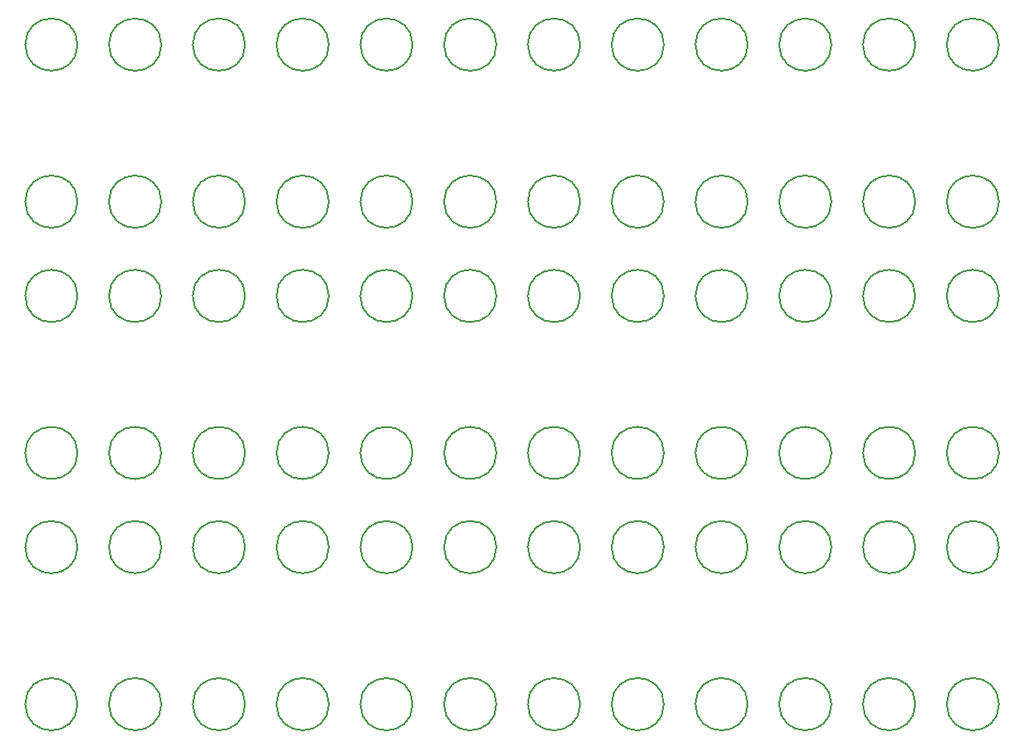
<source format=gbr>
%TF.GenerationSoftware,KiCad,Pcbnew,8.0.2*%
%TF.CreationDate,2024-06-26T22:47:50+07:00*%
%TF.ProjectId,resistor_pitch_15mm_Panel,72657369-7374-46f7-925f-70697463685f,rev?*%
%TF.SameCoordinates,Original*%
%TF.FileFunction,Other,Comment*%
%FSLAX46Y46*%
G04 Gerber Fmt 4.6, Leading zero omitted, Abs format (unit mm)*
G04 Created by KiCad (PCBNEW 8.0.2) date 2024-06-26 22:47:50*
%MOMM*%
%LPD*%
G01*
G04 APERTURE LIST*
%ADD10C,0.150000*%
G04 APERTURE END LIST*
D10*
%TO.C,J2*%
X5500000Y-50500500D02*
G75*
G02*
X500000Y-50500500I-2500000J0D01*
G01*
X500000Y-50500500D02*
G75*
G02*
X5500000Y-50500500I2500000J0D01*
G01*
%TO.C,J1*%
X45500000Y-11500500D02*
G75*
G02*
X40500000Y-11500500I-2500000J0D01*
G01*
X40500000Y-11500500D02*
G75*
G02*
X45500000Y-11500500I2500000J0D01*
G01*
X13500000Y-59500500D02*
G75*
G02*
X8500000Y-59500500I-2500000J0D01*
G01*
X8500000Y-59500500D02*
G75*
G02*
X13500000Y-59500500I2500000J0D01*
G01*
X61500000Y-59500500D02*
G75*
G02*
X56500000Y-59500500I-2500000J0D01*
G01*
X56500000Y-59500500D02*
G75*
G02*
X61500000Y-59500500I2500000J0D01*
G01*
%TO.C,J2*%
X77500000Y-50500500D02*
G75*
G02*
X72500000Y-50500500I-2500000J0D01*
G01*
X72500000Y-50500500D02*
G75*
G02*
X77500000Y-50500500I2500000J0D01*
G01*
X69500000Y-50500500D02*
G75*
G02*
X64500000Y-50500500I-2500000J0D01*
G01*
X64500000Y-50500500D02*
G75*
G02*
X69500000Y-50500500I2500000J0D01*
G01*
X77500000Y-26500500D02*
G75*
G02*
X72500000Y-26500500I-2500000J0D01*
G01*
X72500000Y-26500500D02*
G75*
G02*
X77500000Y-26500500I2500000J0D01*
G01*
%TO.C,J1*%
X37500000Y-59500500D02*
G75*
G02*
X32500000Y-59500500I-2500000J0D01*
G01*
X32500000Y-59500500D02*
G75*
G02*
X37500000Y-59500500I2500000J0D01*
G01*
%TO.C,J2*%
X69500000Y-26500500D02*
G75*
G02*
X64500000Y-26500500I-2500000J0D01*
G01*
X64500000Y-26500500D02*
G75*
G02*
X69500000Y-26500500I2500000J0D01*
G01*
%TO.C,J1*%
X93500000Y-59500500D02*
G75*
G02*
X88500000Y-59500500I-2500000J0D01*
G01*
X88500000Y-59500500D02*
G75*
G02*
X93500000Y-59500500I2500000J0D01*
G01*
X85500000Y-11500500D02*
G75*
G02*
X80500000Y-11500500I-2500000J0D01*
G01*
X80500000Y-11500500D02*
G75*
G02*
X85500000Y-11500500I2500000J0D01*
G01*
X53500000Y-59500500D02*
G75*
G02*
X48500000Y-59500500I-2500000J0D01*
G01*
X48500000Y-59500500D02*
G75*
G02*
X53500000Y-59500500I2500000J0D01*
G01*
%TO.C,J2*%
X53500000Y-26500500D02*
G75*
G02*
X48500000Y-26500500I-2500000J0D01*
G01*
X48500000Y-26500500D02*
G75*
G02*
X53500000Y-26500500I2500000J0D01*
G01*
X61500000Y-50500500D02*
G75*
G02*
X56500000Y-50500500I-2500000J0D01*
G01*
X56500000Y-50500500D02*
G75*
G02*
X61500000Y-50500500I2500000J0D01*
G01*
%TO.C,J1*%
X93500000Y-35500500D02*
G75*
G02*
X88500000Y-35500500I-2500000J0D01*
G01*
X88500000Y-35500500D02*
G75*
G02*
X93500000Y-35500500I2500000J0D01*
G01*
%TO.C,J2*%
X37500000Y-26500500D02*
G75*
G02*
X32500000Y-26500500I-2500000J0D01*
G01*
X32500000Y-26500500D02*
G75*
G02*
X37500000Y-26500500I2500000J0D01*
G01*
%TO.C,J1*%
X29500000Y-59500500D02*
G75*
G02*
X24500000Y-59500500I-2500000J0D01*
G01*
X24500000Y-59500500D02*
G75*
G02*
X29500000Y-59500500I2500000J0D01*
G01*
X69500000Y-11500500D02*
G75*
G02*
X64500000Y-11500500I-2500000J0D01*
G01*
X64500000Y-11500500D02*
G75*
G02*
X69500000Y-11500500I2500000J0D01*
G01*
X13500000Y-35500500D02*
G75*
G02*
X8500000Y-35500500I-2500000J0D01*
G01*
X8500000Y-35500500D02*
G75*
G02*
X13500000Y-35500500I2500000J0D01*
G01*
%TO.C,J2*%
X21500000Y-50500500D02*
G75*
G02*
X16500000Y-50500500I-2500000J0D01*
G01*
X16500000Y-50500500D02*
G75*
G02*
X21500000Y-50500500I2500000J0D01*
G01*
X61500000Y-74500500D02*
G75*
G02*
X56500000Y-74500500I-2500000J0D01*
G01*
X56500000Y-74500500D02*
G75*
G02*
X61500000Y-74500500I2500000J0D01*
G01*
X5500000Y-74500500D02*
G75*
G02*
X500000Y-74500500I-2500000J0D01*
G01*
X500000Y-74500500D02*
G75*
G02*
X5500000Y-74500500I2500000J0D01*
G01*
%TO.C,J1*%
X85500000Y-59500500D02*
G75*
G02*
X80500000Y-59500500I-2500000J0D01*
G01*
X80500000Y-59500500D02*
G75*
G02*
X85500000Y-59500500I2500000J0D01*
G01*
X5500000Y-11500500D02*
G75*
G02*
X500000Y-11500500I-2500000J0D01*
G01*
X500000Y-11500500D02*
G75*
G02*
X5500000Y-11500500I2500000J0D01*
G01*
%TO.C,J2*%
X45500000Y-74500500D02*
G75*
G02*
X40500000Y-74500500I-2500000J0D01*
G01*
X40500000Y-74500500D02*
G75*
G02*
X45500000Y-74500500I2500000J0D01*
G01*
%TO.C,J1*%
X77500000Y-11500500D02*
G75*
G02*
X72500000Y-11500500I-2500000J0D01*
G01*
X72500000Y-11500500D02*
G75*
G02*
X77500000Y-11500500I2500000J0D01*
G01*
X37500000Y-11500500D02*
G75*
G02*
X32500000Y-11500500I-2500000J0D01*
G01*
X32500000Y-11500500D02*
G75*
G02*
X37500000Y-11500500I2500000J0D01*
G01*
X61500000Y-35500500D02*
G75*
G02*
X56500000Y-35500500I-2500000J0D01*
G01*
X56500000Y-35500500D02*
G75*
G02*
X61500000Y-35500500I2500000J0D01*
G01*
X85500000Y-35500500D02*
G75*
G02*
X80500000Y-35500500I-2500000J0D01*
G01*
X80500000Y-35500500D02*
G75*
G02*
X85500000Y-35500500I2500000J0D01*
G01*
%TO.C,J2*%
X45500000Y-50500500D02*
G75*
G02*
X40500000Y-50500500I-2500000J0D01*
G01*
X40500000Y-50500500D02*
G75*
G02*
X45500000Y-50500500I2500000J0D01*
G01*
X93500000Y-50500500D02*
G75*
G02*
X88500000Y-50500500I-2500000J0D01*
G01*
X88500000Y-50500500D02*
G75*
G02*
X93500000Y-50500500I2500000J0D01*
G01*
%TO.C,J1*%
X45500000Y-35500500D02*
G75*
G02*
X40500000Y-35500500I-2500000J0D01*
G01*
X40500000Y-35500500D02*
G75*
G02*
X45500000Y-35500500I2500000J0D01*
G01*
%TO.C,J2*%
X13500000Y-74500500D02*
G75*
G02*
X8500000Y-74500500I-2500000J0D01*
G01*
X8500000Y-74500500D02*
G75*
G02*
X13500000Y-74500500I2500000J0D01*
G01*
X61500000Y-26500500D02*
G75*
G02*
X56500000Y-26500500I-2500000J0D01*
G01*
X56500000Y-26500500D02*
G75*
G02*
X61500000Y-26500500I2500000J0D01*
G01*
%TO.C,J1*%
X45500000Y-59500500D02*
G75*
G02*
X40500000Y-59500500I-2500000J0D01*
G01*
X40500000Y-59500500D02*
G75*
G02*
X45500000Y-59500500I2500000J0D01*
G01*
%TO.C,J2*%
X85500000Y-74500500D02*
G75*
G02*
X80500000Y-74500500I-2500000J0D01*
G01*
X80500000Y-74500500D02*
G75*
G02*
X85500000Y-74500500I2500000J0D01*
G01*
X29500000Y-50500500D02*
G75*
G02*
X24500000Y-50500500I-2500000J0D01*
G01*
X24500000Y-50500500D02*
G75*
G02*
X29500000Y-50500500I2500000J0D01*
G01*
%TO.C,J1*%
X77500000Y-35500500D02*
G75*
G02*
X72500000Y-35500500I-2500000J0D01*
G01*
X72500000Y-35500500D02*
G75*
G02*
X77500000Y-35500500I2500000J0D01*
G01*
X13500000Y-11500500D02*
G75*
G02*
X8500000Y-11500500I-2500000J0D01*
G01*
X8500000Y-11500500D02*
G75*
G02*
X13500000Y-11500500I2500000J0D01*
G01*
X37500000Y-35500500D02*
G75*
G02*
X32500000Y-35500500I-2500000J0D01*
G01*
X32500000Y-35500500D02*
G75*
G02*
X37500000Y-35500500I2500000J0D01*
G01*
%TO.C,J2*%
X45500000Y-26500500D02*
G75*
G02*
X40500000Y-26500500I-2500000J0D01*
G01*
X40500000Y-26500500D02*
G75*
G02*
X45500000Y-26500500I2500000J0D01*
G01*
%TO.C,J1*%
X5500000Y-59500500D02*
G75*
G02*
X500000Y-59500500I-2500000J0D01*
G01*
X500000Y-59500500D02*
G75*
G02*
X5500000Y-59500500I2500000J0D01*
G01*
X29500000Y-11500500D02*
G75*
G02*
X24500000Y-11500500I-2500000J0D01*
G01*
X24500000Y-11500500D02*
G75*
G02*
X29500000Y-11500500I2500000J0D01*
G01*
%TO.C,J2*%
X93500000Y-26500500D02*
G75*
G02*
X88500000Y-26500500I-2500000J0D01*
G01*
X88500000Y-26500500D02*
G75*
G02*
X93500000Y-26500500I2500000J0D01*
G01*
X77500000Y-74500500D02*
G75*
G02*
X72500000Y-74500500I-2500000J0D01*
G01*
X72500000Y-74500500D02*
G75*
G02*
X77500000Y-74500500I2500000J0D01*
G01*
%TO.C,J1*%
X69500000Y-35500500D02*
G75*
G02*
X64500000Y-35500500I-2500000J0D01*
G01*
X64500000Y-35500500D02*
G75*
G02*
X69500000Y-35500500I2500000J0D01*
G01*
%TO.C,J2*%
X5500000Y-26500500D02*
G75*
G02*
X500000Y-26500500I-2500000J0D01*
G01*
X500000Y-26500500D02*
G75*
G02*
X5500000Y-26500500I2500000J0D01*
G01*
X13500000Y-50500500D02*
G75*
G02*
X8500000Y-50500500I-2500000J0D01*
G01*
X8500000Y-50500500D02*
G75*
G02*
X13500000Y-50500500I2500000J0D01*
G01*
X85500000Y-50500500D02*
G75*
G02*
X80500000Y-50500500I-2500000J0D01*
G01*
X80500000Y-50500500D02*
G75*
G02*
X85500000Y-50500500I2500000J0D01*
G01*
X53500000Y-74500500D02*
G75*
G02*
X48500000Y-74500500I-2500000J0D01*
G01*
X48500000Y-74500500D02*
G75*
G02*
X53500000Y-74500500I2500000J0D01*
G01*
X37500000Y-74500500D02*
G75*
G02*
X32500000Y-74500500I-2500000J0D01*
G01*
X32500000Y-74500500D02*
G75*
G02*
X37500000Y-74500500I2500000J0D01*
G01*
X29500000Y-26500500D02*
G75*
G02*
X24500000Y-26500500I-2500000J0D01*
G01*
X24500000Y-26500500D02*
G75*
G02*
X29500000Y-26500500I2500000J0D01*
G01*
X69500000Y-74500500D02*
G75*
G02*
X64500000Y-74500500I-2500000J0D01*
G01*
X64500000Y-74500500D02*
G75*
G02*
X69500000Y-74500500I2500000J0D01*
G01*
%TO.C,J1*%
X21500000Y-11500500D02*
G75*
G02*
X16500000Y-11500500I-2500000J0D01*
G01*
X16500000Y-11500500D02*
G75*
G02*
X21500000Y-11500500I2500000J0D01*
G01*
X61500000Y-11500500D02*
G75*
G02*
X56500000Y-11500500I-2500000J0D01*
G01*
X56500000Y-11500500D02*
G75*
G02*
X61500000Y-11500500I2500000J0D01*
G01*
X5500000Y-35500500D02*
G75*
G02*
X500000Y-35500500I-2500000J0D01*
G01*
X500000Y-35500500D02*
G75*
G02*
X5500000Y-35500500I2500000J0D01*
G01*
%TO.C,J2*%
X85500000Y-26500500D02*
G75*
G02*
X80500000Y-26500500I-2500000J0D01*
G01*
X80500000Y-26500500D02*
G75*
G02*
X85500000Y-26500500I2500000J0D01*
G01*
X53500000Y-50500500D02*
G75*
G02*
X48500000Y-50500500I-2500000J0D01*
G01*
X48500000Y-50500500D02*
G75*
G02*
X53500000Y-50500500I2500000J0D01*
G01*
%TO.C,J1*%
X77500000Y-59500500D02*
G75*
G02*
X72500000Y-59500500I-2500000J0D01*
G01*
X72500000Y-59500500D02*
G75*
G02*
X77500000Y-59500500I2500000J0D01*
G01*
X53500000Y-11500500D02*
G75*
G02*
X48500000Y-11500500I-2500000J0D01*
G01*
X48500000Y-11500500D02*
G75*
G02*
X53500000Y-11500500I2500000J0D01*
G01*
X21500000Y-35500500D02*
G75*
G02*
X16500000Y-35500500I-2500000J0D01*
G01*
X16500000Y-35500500D02*
G75*
G02*
X21500000Y-35500500I2500000J0D01*
G01*
%TO.C,J2*%
X29500000Y-74500500D02*
G75*
G02*
X24500000Y-74500500I-2500000J0D01*
G01*
X24500000Y-74500500D02*
G75*
G02*
X29500000Y-74500500I2500000J0D01*
G01*
X93500000Y-74500500D02*
G75*
G02*
X88500000Y-74500500I-2500000J0D01*
G01*
X88500000Y-74500500D02*
G75*
G02*
X93500000Y-74500500I2500000J0D01*
G01*
X21500000Y-74500500D02*
G75*
G02*
X16500000Y-74500500I-2500000J0D01*
G01*
X16500000Y-74500500D02*
G75*
G02*
X21500000Y-74500500I2500000J0D01*
G01*
%TO.C,J1*%
X29500000Y-35500500D02*
G75*
G02*
X24500000Y-35500500I-2500000J0D01*
G01*
X24500000Y-35500500D02*
G75*
G02*
X29500000Y-35500500I2500000J0D01*
G01*
X53500000Y-35500500D02*
G75*
G02*
X48500000Y-35500500I-2500000J0D01*
G01*
X48500000Y-35500500D02*
G75*
G02*
X53500000Y-35500500I2500000J0D01*
G01*
%TO.C,J2*%
X13500000Y-26500500D02*
G75*
G02*
X8500000Y-26500500I-2500000J0D01*
G01*
X8500000Y-26500500D02*
G75*
G02*
X13500000Y-26500500I2500000J0D01*
G01*
X37500000Y-50500500D02*
G75*
G02*
X32500000Y-50500500I-2500000J0D01*
G01*
X32500000Y-50500500D02*
G75*
G02*
X37500000Y-50500500I2500000J0D01*
G01*
X21500000Y-26500500D02*
G75*
G02*
X16500000Y-26500500I-2500000J0D01*
G01*
X16500000Y-26500500D02*
G75*
G02*
X21500000Y-26500500I2500000J0D01*
G01*
%TO.C,J1*%
X21500000Y-59500500D02*
G75*
G02*
X16500000Y-59500500I-2500000J0D01*
G01*
X16500000Y-59500500D02*
G75*
G02*
X21500000Y-59500500I2500000J0D01*
G01*
X93500000Y-11500500D02*
G75*
G02*
X88500000Y-11500500I-2500000J0D01*
G01*
X88500000Y-11500500D02*
G75*
G02*
X93500000Y-11500500I2500000J0D01*
G01*
X69500000Y-59500500D02*
G75*
G02*
X64500000Y-59500500I-2500000J0D01*
G01*
X64500000Y-59500500D02*
G75*
G02*
X69500000Y-59500500I2500000J0D01*
G01*
%TD*%
M02*

</source>
